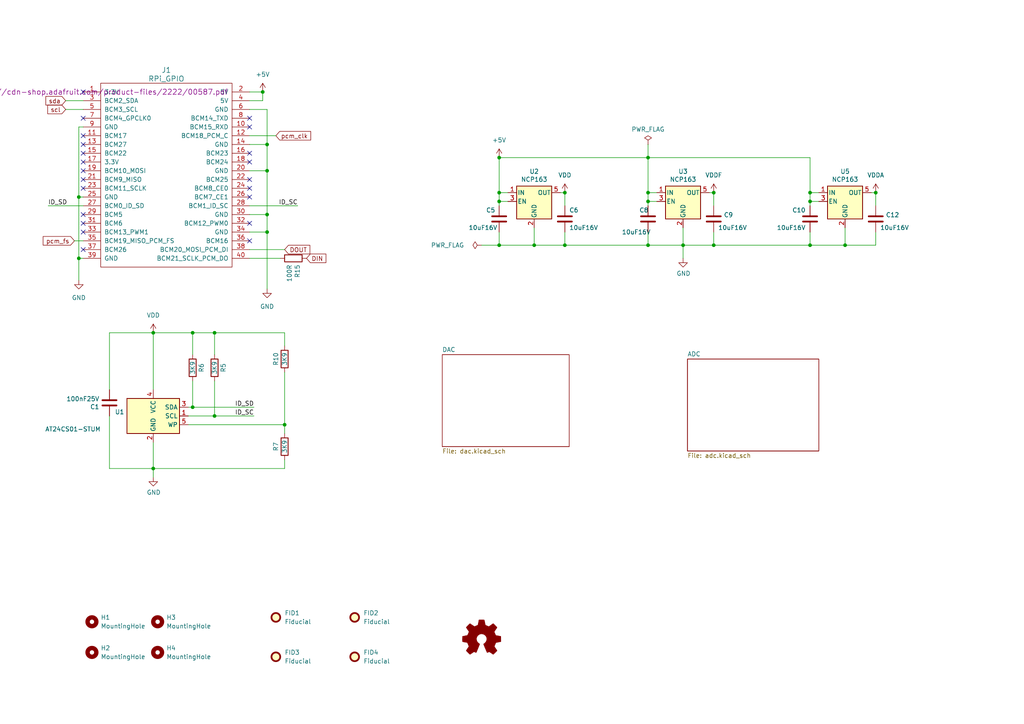
<source format=kicad_sch>
(kicad_sch (version 20230121) (generator eeschema)
  (paper "A4")
  (title_block (title "Open Pedalboard Soundcard") (date "2023-12-19") (rev "0.0.1") (company "github.com/pedalboard") (comment 1 "Source Code: https://github.com/pedalboard/pedalboard-hw") (comment 2 "License: CERN Open Hardware Licence Version 2 - Permissive"))
  (lib_symbols
    (symbol "Device:C" (pin_numbers hide) (pin_names (offset 0.254))
      (property "Reference" "C" (at 0.635 2.54 0))
      (property "Value" "C" (at 0.635 -2.54 0))
      (symbol "C_0_1"
        (polyline (pts (xy -2.032 -0.762) (xy 2.032 -0.762)) (stroke (width 0.508)))
        (polyline (pts (xy -2.032 0.762) (xy 2.032 0.762)) (stroke (width 0.508)))
      )
      (symbol "C_1_1"
        (pin passive line (at 0 3.81 270) (length 2.794) (name "~") (number "1"))
        (pin passive line (at 0 -3.81 90) (length 2.794) (name "~") (number "2"))
      )
    )
    (symbol "Device:R" (pin_numbers hide) (pin_names (offset 0))
      (property "Reference" "R" (at 2.032 0 90))
      (property "Value" "R" (at 0 0 90))
      (symbol "R_0_1"
        (rectangle (start -1.016 -2.54) (end 1.016 2.54) (stroke (width 0.254)))
      )
      (symbol "R_1_1"
        (pin passive line (at 0 3.81 270) (length 1.27) (name "~") (number "1"))
        (pin passive line (at 0 -3.81 90) (length 1.27) (name "~") (number "2"))
      )
    )
    (symbol "Graphic:Logo_Open_Hardware_Small" (in_bom no) (on_board no)
      (symbol "Logo_Open_Hardware_Small_0_1"
        (polyline (pts (xy 3.3528 -4.3434) (xy 3.302 -4.318) (xy 3.175 -4.2418) (xy 2.9972 -4.1148) (xy 2.7686 -3.9624) (xy 2.54 -3.81) (xy 2.3622 -3.7084) (xy 2.2352 -3.6068) (xy 2.1844 -3.5814) (xy 2.159 -3.6068) (xy 2.0574 -3.6576) (xy 1.905 -3.7338) (xy 1.8034 -3.7846) (xy 1.6764 -3.8354) (xy 1.6002 -3.8354) (xy 1.6002 -3.8354) (xy 1.5494 -3.7338) (xy 1.4732 -3.5306) (xy 1.3462 -3.302) (xy 1.2446 -3.0226) (xy 1.1176 -2.7178) (xy 0.9652 -2.413) (xy 0.8636 -2.1082) (xy 0.7366 -1.8288) (xy 0.6604 -1.6256) (xy 0.6096 -1.4732) (xy 0.5842 -1.397) (xy 0.5842 -1.397) (xy 0.6604 -1.3208) (xy 0.7874 -1.2446) (xy 1.0414 -1.016) (xy 1.2954 -0.6858) (xy 1.4478 -0.3302) (xy 1.524 0.0762) (xy 1.4732 0.4572) (xy 1.3208 0.8128) (xy 1.0668 1.143) (xy 0.762 1.3716) (xy 0.4064 1.524) (xy 0 1.5748) (xy -0.381 1.5494) (xy -0.7366 1.397) (xy -1.0668 1.143) (xy -1.2192 0.9906) (xy -1.397 0.6604) (xy -1.524 0.3048) (xy -1.524 0.2286) (xy -1.4986 -0.1778) (xy -1.397 -0.5334) (xy -1.1938 -0.8636) (xy -0.9144 -1.143) (xy -0.8636 -1.1684) (xy -0.7366 -1.27) (xy -0.635 -1.3462) (xy -0.5842 -1.397) (xy -1.0668 -2.5908) (xy -1.143 -2.794) (xy -1.2954 -3.1242) (xy -1.397 -3.4036) (xy -1.4986 -3.6322) (xy -1.5748 -3.7846) (xy -1.6002 -3.8354) (xy -1.6002 -3.8354) (xy -1.651 -3.8354) (xy -1.7272 -3.81) (xy -1.905 -3.7338) (xy -2.0066 -3.683) (xy -2.1336 -3.6068) (xy -2.2098 -3.5814) (xy -2.2606 -3.6068) (xy -2.3622 -3.683) (xy -2.54 -3.81) (xy -2.7686 -3.9624) (xy -2.9718 -4.0894) (xy -3.1496 -4.2164) (xy -3.302 -4.318) (xy -3.3528 -4.3434) (xy -3.3782 -4.3434) (xy -3.429 -4.318) (xy -3.5306 -4.2164) (xy -3.7084 -4.064) (xy -3.937 -3.8354) (xy -3.9624 -3.81) (xy -4.1656 -3.6068) (xy -4.318 -3.4544) (xy -4.4196 -3.3274) (xy -4.445 -3.2766) (xy -4.445 -3.2766) (xy -4.4196 -3.2258) (xy -4.318 -3.0734) (xy -4.2164 -2.8956) (xy -4.064 -2.667) (xy -3.6576 -2.0828) (xy -3.8862 -1.5494) (xy -3.937 -1.3716) (xy -4.0386 -1.1684) (xy -4.0894 -1.0414) (xy -4.1148 -0.9652) (xy -4.191 -0.9398) (xy -4.318 -0.9144) (xy -4.5466 -0.8636) (xy -4.8006 -0.8128) (xy -5.0546 -0.7874) (xy -5.2578 -0.7366) (xy -5.4356 -0.7112) (xy -5.5118 -0.6858) (xy -5.5118 -0.6858) (xy -5.5372 -0.635) (xy -5.5372 -0.5588) (xy -5.5372 -0.4318) (xy -5.5626 -0.2286) (xy -5.5626 0.0762) (xy -5.5626 0.127) (xy -5.5372 0.4064) (xy -5.5372 0.635) (xy -5.5372 0.762) (xy -5.5372 0.8382) (xy -5.5372 0.8382) (xy -5.461 0.8382) (xy -5.3086 0.889) (xy -5.08 0.9144) (xy -4.826 0.9652) (xy -4.8006 0.9906) (xy -4.5466 1.0414) (xy -4.318 1.0668) (xy -4.1656 1.1176) (xy -4.0894 1.143) (xy -4.0894 1.143) (xy -4.0386 1.2446) (xy -3.9624 1.4224) (xy -3.8608 1.6256) (xy -3.7846 1.8288) (xy -3.7084 2.0066) (xy -3.6576 2.159) (xy -3.6322 2.2098) (xy -3.6322 2.2098) (xy -3.683 2.286) (xy -3.7592 2.413) (xy -3.8862 2.5908) (xy -4.064 2.8194) (xy -4.064 2.8448) (xy -4.2164 3.0734) (xy -4.3434 3.2512) (xy -4.4196 3.3782) (xy -4.445 3.4544) (xy -4.445 3.4544) (xy -4.3942 3.5052) (xy -4.2926 3.6322) (xy -4.1148 3.81) (xy -3.937 4.0132) (xy -3.8608 4.064) (xy -3.6576 4.2926) (xy -3.5052 4.4196) (xy -3.4036 4.4958) (xy -3.3528 4.5212) (xy -3.3528 4.5212) (xy -3.302 4.4704) (xy -3.1496 4.3688) (xy -2.9718 4.2418) (xy -2.7432 4.0894) (xy -2.7178 4.0894) (xy -2.4892 3.937) (xy -2.3114 3.81) (xy -2.1844 3.7084) (xy -2.1336 3.683) (xy -2.1082 3.683) (xy -2.032 3.7084) (xy -1.8542 3.7592) (xy -1.6764 3.8354) (xy -1.4732 3.937) (xy -1.27 4.0132) (xy -1.143 4.064) (xy -1.0668 4.1148) (xy -1.0668 4.1148) (xy -1.0414 4.191) (xy -1.016 4.3434) (xy -0.9652 4.572) (xy -0.9144 4.8514) (xy -0.889 4.9022) (xy -0.8382 5.1562) (xy -0.8128 5.3848) (xy -0.7874 5.5372) (xy -0.762 5.588) (xy -0.7112 5.6134) (xy -0.5842 5.6134) (xy -0.4064 5.6134) (xy -0.1524 5.6134) (xy 0.0762 5.6134) (xy 0.3302 5.6134) (xy 0.5334 5.6134) (xy 0.6858 5.588) (xy 0.7366 5.588) (xy 0.7366 5.588) (xy 0.762 5.5118) (xy 0.8128 5.334) (xy 0.8382 5.1054) (xy 0.9144 4.826) (xy 0.9144 4.7752) (xy 0.9652 4.5212) (xy 1.016 4.2926) (xy 1.0414 4.1402) (xy 1.0668 4.0894) (xy 1.0668 4.0894) (xy 1.1938 4.0386) (xy 1.3716 3.9624) (xy 1.5748 3.8608) (xy 2.0828 3.6576) (xy 2.7178 4.0894) (xy 2.7686 4.1402) (xy 2.9972 4.2926) (xy 3.175 4.4196) (xy 3.302 4.4958) (xy 3.3782 4.5212) (xy 3.3782 4.5212) (xy 3.429 4.4704) (xy 3.556 4.3434) (xy 3.7338 4.191) (xy 3.9116 3.9878) (xy 4.064 3.8354) (xy 4.2418 3.6576) (xy 4.3434 3.556) (xy 4.4196 3.4798) (xy 4.4196 3.429) (xy 4.4196 3.4036) (xy 4.3942 3.3274) (xy 4.2926 3.2004) (xy 4.1656 2.9972) (xy 4.0132 2.794) (xy 3.8862 2.5908) (xy 3.7592 2.3876) (xy 3.6576 2.2352) (xy 3.6322 2.159) (xy 3.6322 2.1336) (xy 3.683 2.0066) (xy 3.7592 1.8288) (xy 3.8608 1.6002) (xy 4.064 1.1176) (xy 4.3942 1.0414) (xy 4.5974 1.016) (xy 4.8768 0.9652) (xy 5.1308 0.9144) (xy 5.5372 0.8382) (xy 5.5626 -0.6604) (xy 5.4864 -0.6858) (xy 5.4356 -0.6858) (xy 5.2832 -0.7366) (xy 5.0546 -0.762) (xy 4.8006 -0.8128) (xy 4.5974 -0.8636) (xy 4.3688 -0.9144) (xy 4.2164 -0.9398) (xy 4.1402 -0.9398) (xy 4.1148 -0.9652) (xy 4.064 -1.0668) (xy 3.9878 -1.2446) (xy 3.9116 -1.4478) (xy 3.81 -1.651) (xy 3.7338 -1.8542) (xy 3.683 -2.0066) (xy 3.6576 -2.0828) (xy 3.683 -2.1336) (xy 3.7846 -2.2606) (xy 3.8862 -2.4638) (xy 4.0386 -2.667) (xy 4.191 -2.8956) (xy 4.318 -3.0734) (xy 4.3942 -3.2004) (xy 4.445 -3.2766) (xy 4.4196 -3.3274) (xy 4.3434 -3.429) (xy 4.1656 -3.5814) (xy 3.937 -3.8354) (xy 3.8862 -3.8608) (xy 3.683 -4.064) (xy 3.5306 -4.2164) (xy 3.4036 -4.318) (xy 3.3528 -4.3434)) (fill (type outline)))
      )
    )
    (symbol "Mechanical:Fiducial"
      (property "Reference" "FID" (at 0 5.08 0))
      (property "Value" "Fiducial" (at 0 3.175 0))
      (symbol "Fiducial_0_1"
        (circle (center 0 0) (radius 1.27) (stroke (width 0.508)) (fill (type background)))
      )
    )
    (symbol "Mechanical:MountingHole" (pin_names (offset 1.016))
      (property "Reference" "H" (at 0 5.08 0))
      (property "Value" "MountingHole" (at 0 3.175 0))
      (symbol "MountingHole_0_1"
        (circle (center 0 0) (radius 1.27) (stroke (width 1.27)))
      )
    )
    (symbol "Memory_EEPROM:AT24CS01-STUM"
      (property "Reference" "U" (at -7.62 6.35 0))
      (property "Value" "AT24CS01-STUM" (at 2.54 -6.35 0))
      (symbol "AT24CS01-STUM_1_1"
        (rectangle (start -7.62 5.08) (end 7.62 -5.08) (stroke (width 0.254)) (fill (type background)))
        (pin input line (at 10.16 0 180) (length 2.54) (name "SCL") (number "1"))
        (pin power_in line (at 0 -7.62 90) (length 2.54) (name "GND") (number "2"))
        (pin bidirectional line (at 10.16 2.54 180) (length 2.54) (name "SDA") (number "3"))
        (pin power_in line (at 0 7.62 270) (length 2.54) (name "VCC") (number "4"))
        (pin input line (at 10.16 -2.54 180) (length 2.54) (name "WP") (number "5"))
      )
    )
    (symbol "TLV71333PDBV-Regulator_Linear_1" (pin_names (offset 0.254))
      (property "Reference" "U2" (at 0 8.6868 0))
      (property "Value" "NCP163" (at 0 6.3754 0))
      (symbol "TLV71333PDBV-Regulator_Linear_1_0_1"
        (rectangle (start -5.08 4.445) (end 5.08 -5.08) (stroke (width 0.254)) (fill (type background)))
      )
      (symbol "TLV71333PDBV-Regulator_Linear_1_1_1"
        (pin power_in line (at -7.62 2.54 0) (length 2.54) (name "IN") (number "1"))
        (pin power_in line (at 0 -7.62 90) (length 2.54) (name "GND") (number "2"))
        (pin input line (at -7.62 0 0) (length 2.54) (name "EN") (number "3"))
        (pin no_connect line (at 5.08 0 180) (length 2.54) hide (name "NC") (number "4"))
        (pin power_out line (at 7.62 2.54 180) (length 2.54) (name "OUT") (number "5"))
      )
    )
    (symbol "pedalboard-soundcard:RPi_GPIO" (pin_names (offset 1.016))
      (property "Reference" "J1" (at 19.05 6.35 0))
      (property "Value" "RPi_GPIO" (at 19.05 3.81 0))
      (symbol "RPi_GPIO_0_1"
        (rectangle (start 0 2.54) (end 38.1 -50.8))
      )
      (symbol "RPi_GPIO_1_1"
        (pin power_in line (at -5.08 0 0) (length 5.08) (name "3.3V") (number "1"))
        (pin bidirectional line (at 43.18 -10.16 180) (length 5.08) (name "BCM15_RXD") (number "10"))
        (pin bidirectional line (at -5.08 -12.7 0) (length 5.08) (name "BCM17") (number "11"))
        (pin bidirectional line (at 43.18 -12.7 180) (length 5.08) (name "BCM18_PCM_C") (number "12"))
        (pin bidirectional line (at -5.08 -15.24 0) (length 5.08) (name "BCM27") (number "13"))
        (pin power_in line (at 43.18 -15.24 180) (length 5.08) (name "GND") (number "14"))
        (pin bidirectional line (at -5.08 -17.78 0) (length 5.08) (name "BCM22") (number "15"))
        (pin bidirectional line (at 43.18 -17.78 180) (length 5.08) (name "BCM23") (number "16"))
        (pin power_in line (at -5.08 -20.32 0) (length 5.08) (name "3.3V") (number "17"))
        (pin bidirectional line (at 43.18 -20.32 180) (length 5.08) (name "BCM24") (number "18"))
        (pin bidirectional line (at -5.08 -22.86 0) (length 5.08) (name "BCM10_MOSI") (number "19"))
        (pin power_in line (at 43.18 0 180) (length 5.08) (name "5V") (number "2"))
        (pin power_in line (at 43.18 -22.86 180) (length 5.08) (name "GND") (number "20"))
        (pin bidirectional line (at -5.08 -25.4 0) (length 5.08) (name "BCM9_MISO") (number "21"))
        (pin bidirectional line (at 43.18 -25.4 180) (length 5.08) (name "BCM25") (number "22"))
        (pin bidirectional line (at -5.08 -27.94 0) (length 5.08) (name "BCM11_SCLK") (number "23"))
        (pin bidirectional line (at 43.18 -27.94 180) (length 5.08) (name "BCM8_CE0") (number "24"))
        (pin power_in line (at -5.08 -30.48 0) (length 5.08) (name "GND") (number "25"))
        (pin bidirectional line (at 43.18 -30.48 180) (length 5.08) (name "BCM7_CE1") (number "26"))
        (pin bidirectional line (at -5.08 -33.02 0) (length 5.08) (name "BCM0_ID_SD") (number "27"))
        (pin bidirectional line (at 43.18 -33.02 180) (length 5.08) (name "BCM1_ID_SC") (number "28"))
        (pin bidirectional line (at -5.08 -35.56 0) (length 5.08) (name "BCM5") (number "29"))
        (pin bidirectional line (at -5.08 -2.54 0) (length 5.08) (name "BCM2_SDA") (number "3"))
        (pin power_in line (at 43.18 -35.56 180) (length 5.08) (name "GND") (number "30"))
        (pin bidirectional line (at -5.08 -38.1 0) (length 5.08) (name "BCM6") (number "31"))
        (pin bidirectional line (at 43.18 -38.1 180) (length 5.08) (name "BCM12_PWM0") (number "32"))
        (pin bidirectional line (at -5.08 -40.64 0) (length 5.08) (name "BCM13_PWM1") (number "33"))
        (pin power_in line (at 43.18 -40.64 180) (length 5.08) (name "GND") (number "34"))
        (pin bidirectional line (at -5.08 -43.18 0) (length 5.08) (name "BCM19_MISO_PCM_FS") (number "35"))
        (pin bidirectional line (at 43.18 -43.18 180) (length 5.08) (name "BCM16") (number "36"))
        (pin bidirectional line (at -5.08 -45.72 0) (length 5.08) (name "BCM26") (number "37"))
        (pin bidirectional line (at 43.18 -45.72 180) (length 5.08) (name "BCM20_MOSI_PCM_DI") (number "38"))
        (pin power_in line (at -5.08 -48.26 0) (length 5.08) (name "GND") (number "39"))
        (pin power_in line (at 43.18 -2.54 180) (length 5.08) (name "5V") (number "4"))
        (pin bidirectional line (at 43.18 -48.26 180) (length 5.08) (name "BCM21_SCLK_PCM_DO") (number "40"))
        (pin bidirectional line (at -5.08 -5.08 0) (length 5.08) (name "BCM3_SCL") (number "5"))
        (pin power_in line (at 43.18 -5.08 180) (length 5.08) (name "GND") (number "6"))
        (pin bidirectional line (at -5.08 -7.62 0) (length 5.08) (name "BCM4_GPCLK0") (number "7"))
        (pin bidirectional line (at 43.18 -7.62 180) (length 5.08) (name "BCM14_TXD") (number "8"))
        (pin power_in line (at -5.08 -10.16 0) (length 5.08) (name "GND") (number "9"))
      )
    )
    (symbol "power:+5V" (power) (pin_names (offset 0))
      (property "Value" "+5V" (at 0 3.556 0))
      (symbol "+5V_0_1"
        (polyline (pts (xy -0.762 1.27) (xy 0 2.54)))
        (polyline (pts (xy 0 0) (xy 0 2.54)))
        (polyline (pts (xy 0 2.54) (xy 0.762 1.27)))
      )
      (symbol "+5V_1_1"
        (pin power_in line (at 0 0 90) (length 0) hide (name "+5V") (number "1"))
      )
    )
    (symbol "power:GND" (power) (pin_names (offset 0))
      (property "Value" "GND" (at 0 -3.81 0))
      (symbol "GND_0_1"
        (polyline (pts (xy 0 0) (xy 0 -1.27) (xy 1.27 -1.27) (xy 0 -2.54) (xy -1.27 -1.27) (xy 0 -1.27)))
      )
      (symbol "GND_1_1"
        (pin power_in line (at 0 0 270) (length 0) hide (name "GND") (number "1"))
      )
    )
    (symbol "power:PWR_FLAG" (power) (pin_numbers hide) (pin_names (offset 0) hide)
      (property "Value" "PWR_FLAG" (at 0 3.81 0))
      (symbol "PWR_FLAG_0_0"
        (pin power_out line (at 0 0 90) (length 0) (name "pwr") (number "1"))
      )
      (symbol "PWR_FLAG_0_1"
        (polyline (pts (xy 0 0) (xy 0 1.27) (xy -1.016 1.905) (xy 0 2.54) (xy 1.016 1.905) (xy 0 1.27)))
      )
    )
    (symbol "power:VDD" (power) (pin_names (offset 0))
      (property "Value" "VDD" (at 0 3.81 0))
      (symbol "VDD_0_1"
        (polyline (pts (xy -0.762 1.27) (xy 0 2.54)))
        (polyline (pts (xy 0 0) (xy 0 2.54)))
        (polyline (pts (xy 0 2.54) (xy 0.762 1.27)))
      )
      (symbol "VDD_1_1"
        (pin power_in line (at 0 0 90) (length 0) hide (name "VDD") (number "1"))
      )
    )
    (symbol "power:VDDA" (power) (pin_names (offset 0))
      (property "Value" "VDDA" (at 0 3.81 0))
      (symbol "VDDA_0_1"
        (polyline (pts (xy -0.762 1.27) (xy 0 2.54)))
        (polyline (pts (xy 0 0) (xy 0 2.54)))
        (polyline (pts (xy 0 2.54) (xy 0.762 1.27)))
      )
      (symbol "VDDA_1_1"
        (pin power_in line (at 0 0 90) (length 0) hide (name "VDDA") (number "1"))
      )
    )
    (symbol "power:VDDF" (power) (pin_names (offset 0))
      (property "Value" "VDDF" (at 0 3.81 0))
      (symbol "VDDF_0_1"
        (polyline (pts (xy -0.762 1.27) (xy 0 2.54)))
        (polyline (pts (xy 0 0) (xy 0 2.54)))
        (polyline (pts (xy 0 2.54) (xy 0.762 1.27)))
      )
      (symbol "VDDF_1_1"
        (pin power_in line (at 0 0 90) (length 0) hide (name "VDDF") (number "1"))
      )
    )
    (symbol "zynthiandac-rescue:TLV71333PDBV-Regulator_Linear" (pin_names (offset 0.254))
      (property "Reference" "U" (at -3.81 5.715 0))
      (property "Value" "TLV71333PDBV-Regulator_Linear" (at 0 5.715 0))
      (symbol "TLV71333PDBV-Regulator_Linear_0_1"
        (rectangle (start -5.08 4.445) (end 5.08 -5.08) (stroke (width 0.254)) (fill (type background)))
      )
      (symbol "TLV71333PDBV-Regulator_Linear_1_1"
        (pin power_in line (at -7.62 2.54 0) (length 2.54) (name "IN") (number "1"))
        (pin power_in line (at 0 -7.62 90) (length 2.54) (name "GND") (number "2"))
        (pin input line (at -7.62 0 0) (length 2.54) (name "EN") (number "3"))
        (pin no_connect line (at 5.08 0 180) (length 2.54) hide (name "NC") (number "4"))
        (pin power_out line (at 7.62 2.54 180) (length 2.54) (name "OUT") (number "5"))
      )
    )
  )
  (junction (at 187.96 45.72))
  (junction (at 22.86 74.93))
  (junction (at 62.23 96.52))
  (junction (at 163.83 55.88))
  (junction (at 82.55 123.19))
  (junction (at 144.78 58.42))
  (junction (at 187.96 58.42))
  (junction (at 234.95 55.88))
  (junction (at 62.23 120.65))
  (junction (at 44.45 135.89))
  (junction (at 55.88 96.52))
  (junction (at 22.86 57.15))
  (junction (at 77.47 67.31))
  (junction (at 55.88 118.11))
  (junction (at 187.96 71.12))
  (junction (at 44.45 96.52))
  (junction (at 144.78 45.72))
  (junction (at 234.95 71.12))
  (junction (at 163.83 71.12))
  (junction (at 245.11 71.12))
  (junction (at 234.95 58.42))
  (junction (at 144.78 71.12))
  (junction (at 144.78 55.88))
  (junction (at 76.2 26.67))
  (junction (at 77.47 62.23))
  (junction (at 187.96 55.88))
  (junction (at 207.01 55.88))
  (junction (at 198.12 71.12))
  (junction (at 154.94 71.12))
  (junction (at 77.47 49.53))
  (junction (at 254 55.88))
  (junction (at 77.47 41.91))
  (junction (at 207.01 71.12))
  (no_connect (at 72.39 34.29))
  (no_connect (at 72.39 36.83))
  (no_connect (at 24.13 46.99))
  (no_connect (at 24.13 54.61))
  (no_connect (at 24.13 64.77))
  (no_connect (at 72.39 64.77))
  (no_connect (at 24.13 34.29))
  (no_connect (at 24.13 39.37))
  (no_connect (at 72.39 69.85))
  (no_connect (at 24.13 72.39))
  (no_connect (at 24.13 26.67))
  (no_connect (at 72.39 54.61))
  (no_connect (at 72.39 46.99))
  (no_connect (at 72.39 57.15))
  (no_connect (at 24.13 52.07))
  (no_connect (at 24.13 41.91))
  (no_connect (at 72.39 44.45))
  (no_connect (at 24.13 67.31))
  (no_connect (at 72.39 52.07))
  (no_connect (at 24.13 62.23))
  (no_connect (at 24.13 44.45))
  (no_connect (at 24.13 49.53))
  (wire (pts (xy 82.55 125.73) (xy 82.55 123.19)))
  (wire (pts (xy 82.55 100.33) (xy 82.55 96.52)))
  (wire (pts (xy 21.59 69.85) (xy 24.13 69.85)))
  (wire (pts (xy 234.95 55.88) (xy 237.49 55.88)))
  (wire (pts (xy 44.45 128.27) (xy 44.45 135.89)))
  (wire (pts (xy 72.39 72.39) (xy 82.55 72.39)))
  (wire (pts (xy 163.83 71.12) (xy 187.96 71.12)))
  (wire (pts (xy 54.61 123.19) (xy 82.55 123.19)))
  (wire (pts (xy 77.47 67.31) (xy 77.47 83.82)))
  (wire (pts (xy 72.39 39.37) (xy 80.01 39.37)))
  (wire (pts (xy 22.86 57.15) (xy 24.13 57.15)))
  (wire (pts (xy 44.45 138.43) (xy 44.45 135.89)))
  (wire (pts (xy 254 71.12) (xy 254 67.31)))
  (wire (pts (xy 72.39 59.69) (xy 86.36 59.69)))
  (wire (pts (xy 198.12 71.12) (xy 207.01 71.12)))
  (wire (pts (xy 163.83 71.12) (xy 163.83 67.31)))
  (wire (pts (xy 72.39 49.53) (xy 77.47 49.53)))
  (wire (pts (xy 77.47 41.91) (xy 77.47 49.53)))
  (wire (pts (xy 77.47 67.31) (xy 77.47 62.23)))
  (wire (pts (xy 55.88 118.11) (xy 54.61 118.11)))
  (wire (pts (xy 198.12 74.93) (xy 198.12 71.12)))
  (wire (pts (xy 82.55 135.89) (xy 82.55 133.35)))
  (wire (pts (xy 72.39 67.31) (xy 77.47 67.31)))
  (wire (pts (xy 72.39 29.21) (xy 76.2 29.21)))
  (wire (pts (xy 187.96 55.88) (xy 187.96 58.42)))
  (wire (pts (xy 207.01 71.12) (xy 234.95 71.12)))
  (wire (pts (xy 13.97 59.69) (xy 24.13 59.69)))
  (wire (pts (xy 205.74 55.88) (xy 207.01 55.88)))
  (wire (pts (xy 252.73 55.88) (xy 254 55.88)))
  (wire (pts (xy 72.39 62.23) (xy 77.47 62.23)))
  (wire (pts (xy 187.96 55.88) (xy 190.5 55.88)))
  (wire (pts (xy 207.01 67.31) (xy 207.01 71.12)))
  (wire (pts (xy 31.75 96.52) (xy 44.45 96.52)))
  (wire (pts (xy 234.95 59.69) (xy 234.95 58.42)))
  (wire (pts (xy 54.61 120.65) (xy 62.23 120.65)))
  (wire (pts (xy 77.47 31.75) (xy 77.47 41.91)))
  (wire (pts (xy 31.75 120.65) (xy 31.75 135.89)))
  (wire (pts (xy 77.47 49.53) (xy 77.47 62.23)))
  (wire (pts (xy 187.96 45.72) (xy 187.96 55.88)))
  (wire (pts (xy 44.45 96.52) (xy 55.88 96.52)))
  (wire (pts (xy 234.95 58.42) (xy 237.49 58.42)))
  (wire (pts (xy 144.78 55.88) (xy 144.78 58.42)))
  (wire (pts (xy 234.95 55.88) (xy 234.95 58.42)))
  (wire (pts (xy 187.96 59.69) (xy 187.96 58.42)))
  (wire (pts (xy 187.96 67.31) (xy 187.96 71.12)))
  (wire (pts (xy 254 55.88) (xy 254 59.69)))
  (wire (pts (xy 62.23 110.49) (xy 62.23 120.65)))
  (wire (pts (xy 22.86 74.93) (xy 22.86 81.28)))
  (wire (pts (xy 234.95 45.72) (xy 234.95 55.88)))
  (wire (pts (xy 31.75 135.89) (xy 44.45 135.89)))
  (wire (pts (xy 19.05 31.75) (xy 24.13 31.75)))
  (wire (pts (xy 245.11 71.12) (xy 254 71.12)))
  (wire (pts (xy 76.2 26.67) (xy 76.2 29.21)))
  (wire (pts (xy 144.78 55.88) (xy 147.32 55.88)))
  (wire (pts (xy 62.23 96.52) (xy 62.23 102.87)))
  (wire (pts (xy 154.94 71.12) (xy 163.83 71.12)))
  (wire (pts (xy 22.86 36.83) (xy 22.86 57.15)))
  (wire (pts (xy 144.78 71.12) (xy 154.94 71.12)))
  (wire (pts (xy 144.78 58.42) (xy 144.78 59.69)))
  (wire (pts (xy 154.94 71.12) (xy 154.94 66.04)))
  (wire (pts (xy 62.23 96.52) (xy 82.55 96.52)))
  (wire (pts (xy 73.66 118.11) (xy 55.88 118.11)))
  (wire (pts (xy 207.01 55.88) (xy 207.01 59.69)))
  (wire (pts (xy 55.88 96.52) (xy 62.23 96.52)))
  (wire (pts (xy 187.96 41.91) (xy 187.96 45.72)))
  (wire (pts (xy 139.7 71.12) (xy 144.78 71.12)))
  (wire (pts (xy 55.88 110.49) (xy 55.88 118.11)))
  (wire (pts (xy 73.66 120.65) (xy 62.23 120.65)))
  (wire (pts (xy 24.13 36.83) (xy 22.86 36.83)))
  (wire (pts (xy 163.83 55.88) (xy 163.83 59.69)))
  (wire (pts (xy 55.88 96.52) (xy 55.88 102.87)))
  (wire (pts (xy 144.78 71.12) (xy 144.78 67.31)))
  (wire (pts (xy 144.78 58.42) (xy 147.32 58.42)))
  (wire (pts (xy 72.39 26.67) (xy 76.2 26.67)))
  (wire (pts (xy 19.05 29.21) (xy 24.13 29.21)))
  (wire (pts (xy 187.96 58.42) (xy 190.5 58.42)))
  (wire (pts (xy 187.96 71.12) (xy 198.12 71.12)))
  (wire (pts (xy 31.75 96.52) (xy 31.75 113.03)))
  (wire (pts (xy 82.55 123.19) (xy 82.55 107.95)))
  (wire (pts (xy 144.78 45.72) (xy 187.96 45.72)))
  (wire (pts (xy 198.12 66.04) (xy 198.12 71.12)))
  (wire (pts (xy 234.95 67.31) (xy 234.95 71.12)))
  (wire (pts (xy 234.95 71.12) (xy 245.11 71.12)))
  (wire (pts (xy 162.56 55.88) (xy 163.83 55.88)))
  (wire (pts (xy 24.13 74.93) (xy 22.86 74.93)))
  (wire (pts (xy 44.45 135.89) (xy 82.55 135.89)))
  (wire (pts (xy 44.45 96.52) (xy 44.45 113.03)))
  (wire (pts (xy 22.86 57.15) (xy 22.86 74.93)))
  (wire (pts (xy 72.39 31.75) (xy 77.47 31.75)))
  (wire (pts (xy 144.78 45.72) (xy 144.78 55.88)))
  (wire (pts (xy 72.39 74.93) (xy 81.28 74.93)))
  (wire (pts (xy 245.11 66.04) (xy 245.11 71.12)))
  (wire (pts (xy 72.39 41.91) (xy 77.47 41.91)))
  (wire (pts (xy 187.96 45.72) (xy 234.95 45.72)))
  (label "ID_SC" (at 86.36 59.69 180))
  (label "ID_SC" (at 73.66 120.65 180))
  (label "ID_SD" (at 13.97 59.69 0))
  (label "ID_SD" (at 73.66 118.11 180))
  (global_label "sda" (shape input) (at 19.05 29.21 180) (property "Intersheetrefs" "${INTERSHEET_REFS}" (effects hide)))
  (global_label "pcm_fs" (shape input) (at 21.59 69.85 180) (property "Intersheetrefs" "${INTERSHEET_REFS}" (effects hide)))
  (global_label "scl" (shape input) (at 19.05 31.75 180) (property "Intersheetrefs" "${INTERSHEET_REFS}" (effects hide)))
  (global_label "pcm_clk" (shape input) (at 80.01 39.37 0) (property "Intersheetrefs" "${INTERSHEET_REFS}" (effects hide)))
  (global_label "DIN" (shape input) (at 88.9 74.93 0) (property "Intersheetrefs" "${INTERSHEET_REFS}" (effects hide)))
  (global_label "DOUT" (shape input) (at 82.55 72.39 0) (property "Intersheetrefs" "${INTERSHEET_REFS}" (effects hide)))
  (symbol (lib_id "Device:C") (at 144.78 63.5 0) (unit 1)
    (property "Reference" "C5" (at 140.97 60.96 0) (effects (justify left)))
    (property "Value" "10uF16V" (at 135.89 66.04 0) (effects (justify left)))
    (property "Footprint" "Capacitor_SMD:C_0805_2012Metric" (effects hide))
    (property "Datasheet" "https://www.samsungsem.com/resources/file/global/support/product_catalog/MLCC.pdf" (effects hide))
    (property "Supplier" "https://www.digikey.ch/de/products/detail/samsung-electro-mechanics/CL21X106KAYNNNE/5961182" (effects hide))
  )
  (symbol (lib_id "Mechanical:MountingHole") (at 26.67 180.34 0) (unit 1) (in_bom no)
    (property "Reference" "H1" (at 29.21 179.07 0) (effects (justify left)))
    (property "Value" "MountingHole" (at 29.21 181.61 0) (effects (justify left)))
    (property "Footprint" "pedalboard-soundcard:RPi_Hat_Mounting_Hole" (effects hide))
  )
  (symbol (lib_id "Device:C") (at 254 63.5 0) (unit 1)
    (property "Reference" "C12" (at 256.921 62.3316 0) (effects (justify left)))
    (property "Value" "10uF16V" (at 255.27 66.04 0) (effects (justify left)))
    (property "Footprint" "Capacitor_SMD:C_0805_2012Metric" (effects hide))
    (property "Datasheet" "https://www.samsungsem.com/resources/file/global/support/product_catalog/MLCC.pdf" (effects hide))
    (property "Supplier" "https://www.digikey.ch/de/products/detail/samsung-electro-mechanics/CL21X106KAYNNNE/5961182" (effects hide))
  )
  (symbol (lib_id "Device:C") (at 163.83 63.5 0) (unit 1)
    (property "Reference" "C6" (at 165.1 60.96 0) (effects (justify left)))
    (property "Value" "10uF16V" (at 165.1 66.04 0) (effects (justify left)))
    (property "Footprint" "Capacitor_SMD:C_0805_2012Metric" (effects hide))
    (property "Datasheet" "https://www.samsungsem.com/resources/file/global/support/product_catalog/MLCC.pdf" (effects hide))
    (property "Supplier" "https://www.digikey.ch/de/products/detail/samsung-electro-mechanics/CL21X106KAYNNNE/5961182" (effects hide))
  )
  (symbol (lib_id "Device:R") (at 82.55 129.54 0) (unit 1)
    (property "Reference" "R7" (at 80.01 129.54 90))
    (property "Value" "3K9" (at 82.55 129.54 90))
    (property "Footprint" "Resistor_SMD:R_0805_2012Metric" (effects hide))
    (property "Datasheet" "https://www.seielect.com/catalog/sei-rmcf_rmcp.pdf" (effects hide))
    (property "Supplier" "https://www.digikey.ch/de/products/detail/stackpole-electronics-inc/RMCF0805FT3K90/1760599" (effects hide))
  )
  (symbol (lib_id "Mechanical:MountingHole") (at 45.72 189.23 0) (unit 1) (in_bom no)
    (property "Reference" "H4" (at 48.26 187.96 0) (effects (justify left)))
    (property "Value" "MountingHole" (at 48.26 190.5 0) (effects (justify left)))
    (property "Footprint" "pedalboard-soundcard:RPi_Hat_Mounting_Hole" (effects hide))
  )
  (symbol (lib_id "zynthiandac-rescue:TLV71333PDBV-Regulator_Linear") (at 245.11 58.42 0) (unit 1)
    (property "Reference" "U5" (at 245.11 49.7332 0))
    (property "Value" "NCP163" (at 245.11 52.0446 0))
    (property "Footprint" "Package_TO_SOT_SMD:SOT-23-5" (effects hide))
    (property "Datasheet" "https://www.onsemi.com/pub/Collateral/NCP163-D.PDF" (effects hide))
    (property "Supplier" "https://www.digikey.ch/de/products/detail/onsemi/NCP163ASN330T1G/9694661" (effects hide))
  )
  (symbol (lib_id "zynthiandac-rescue:TLV71333PDBV-Regulator_Linear") (at 198.12 58.42 0) (unit 1)
    (property "Reference" "U3" (at 198.12 49.7332 0))
    (property "Value" "NCP163" (at 198.12 52.0446 0))
    (property "Footprint" "Package_TO_SOT_SMD:SOT-23-5" (effects hide))
    (property "Datasheet" "https://www.onsemi.com/pub/Collateral/NCP163-D.PDF" (effects hide))
    (property "Supplier" "https://www.digikey.ch/de/products/detail/onsemi/NCP163ASN330T1G/9694661" (effects hide))
  )
  (symbol (lib_id "Device:R") (at 62.23 106.68 180) (unit 1)
    (property "Reference" "R5" (at 64.77 106.68 90))
    (property "Value" "3K9" (at 62.23 106.68 90))
    (property "Footprint" "Resistor_SMD:R_0805_2012Metric" (effects hide))
    (property "Datasheet" "https://www.seielect.com/catalog/sei-rmcf_rmcp.pdf" (effects hide))
    (property "Supplier" "https://www.digikey.ch/de/products/detail/stackpole-electronics-inc/RMCF0805FT3K90/1760599" (effects hide))
  )
  (symbol (lib_id "power:GND") (at 22.86 81.28 0) (unit 1)
    (property "Reference" "#PWR04" (effects hide))
    (property "Value" "GND" (at 22.86 86.36 0))
  )
  (symbol (lib_id "Mechanical:MountingHole") (at 45.72 180.34 0) (unit 1) (in_bom no)
    (property "Reference" "H3" (at 48.26 179.07 0) (effects (justify left)))
    (property "Value" "MountingHole" (at 48.26 181.61 0) (effects (justify left)))
    (property "Footprint" "pedalboard-soundcard:RPi_Hat_Mounting_Hole" (effects hide))
  )
  (symbol (lib_id "Device:C") (at 207.01 63.5 0) (unit 1)
    (property "Reference" "C9" (at 209.931 62.3316 0) (effects (justify left)))
    (property "Value" "10uF16V" (at 208.28 66.04 0) (effects (justify left)))
    (property "Footprint" "Capacitor_SMD:C_0805_2012Metric" (effects hide))
    (property "Datasheet" "https://www.samsungsem.com/resources/file/global/support/product_catalog/MLCC.pdf" (effects hide))
    (property "Supplier" "https://www.digikey.ch/de/products/detail/samsung-electro-mechanics/CL21X106KAYNNNE/5961182" (effects hide))
  )
  (symbol (lib_id "Graphic:Logo_Open_Hardware_Small") (at 139.7 185.42 0) (unit 1) (in_bom no)
    (property "Reference" "SYM1" (effects hide))
    (property "Value" "Logo_Open_Hardware_Small" (effects hide))
    (property "Footprint" "Symbol:OSHW-Logo_5.7x6mm_SilkScreen" (effects hide))
    (property "Sim.Enable" "0" (effects hide))
  )
  (symbol (lib_id "power:VDD") (at 163.83 55.88 0) (unit 1)
    (property "Reference" "#PWR020" (effects hide))
    (property "Value" "VDD" (at 163.83 50.8 0))
  )
  (symbol (lib_id "Mechanical:Fiducial") (at 80.01 179.07 0) (unit 1) (in_bom no)
    (property "Reference" "FID1" (at 82.55 177.8 0) (effects (justify left)))
    (property "Value" "Fiducial" (at 82.55 180.34 0) (effects (justify left)))
    (property "Footprint" "Fiducial:Fiducial_0.75mm_Mask1.5mm" (effects hide))
    (property "Sim.Enable" "0" (effects hide))
  )
  (symbol (lib_id "power:GND") (at 77.47 83.82 0) (unit 1)
    (property "Reference" "#PWR01" (effects hide))
    (property "Value" "GND" (at 77.47 88.9 0))
  )
  (symbol (lib_id "Mechanical:MountingHole") (at 26.67 189.23 0) (unit 1) (in_bom no)
    (property "Reference" "H2" (at 29.21 187.96 0) (effects (justify left)))
    (property "Value" "MountingHole" (at 29.21 190.5 0) (effects (justify left)))
    (property "Footprint" "pedalboard-soundcard:RPi_Hat_Mounting_Hole" (effects hide))
  )
  (symbol (lib_id "power:GND") (at 44.45 138.43 0) (unit 1)
    (property "Reference" "#PWR03" (effects hide))
    (property "Value" "GND" (at 44.577 142.8242 0))
  )
  (symbol (lib_id "power:VDDF") (at 207.01 55.88 0) (unit 1)
    (property "Reference" "#PWR040" (effects hide))
    (property "Value" "VDDF" (at 207.01 50.8 0))
  )
  (symbol (lib_id "Device:R") (at 85.09 74.93 270) (unit 1)
    (property "Reference" "R15" (at 86.2584 76.708 0) (effects (justify left)))
    (property "Value" "100R" (at 83.947 76.708 0) (effects (justify left)))
    (property "Footprint" "Resistor_SMD:R_0805_2012Metric" (effects hide))
    (property "Datasheet" "https://www.seielect.com/catalog/sei-rmcf_rmcp.pdf" (effects hide))
    (property "Supplier" "https://www.digikey.ch/de/products/detail/stackpole-electronics-inc/RMCF0805FT100R/1760711" (effects hide))
  )
  (symbol (lib_id "Device:R") (at 82.55 104.14 0) (unit 1)
    (property "Reference" "R10" (at 80.01 104.14 90))
    (property "Value" "3K9" (at 82.55 104.14 90))
    (property "Footprint" "Resistor_SMD:R_0805_2012Metric" (effects hide))
    (property "Datasheet" "https://www.seielect.com/catalog/sei-rmcf_rmcp.pdf" (effects hide))
    (property "Supplier" "https://www.digikey.ch/de/products/detail/stackpole-electronics-inc/RMCF0805FT3K90/1760599" (effects hide))
  )
  (symbol (lib_id "power:+5V") (at 76.2 26.67 0) (unit 1)
    (property "Reference" "#PWR018" (effects hide))
    (property "Value" "+5V" (at 76.2 21.59 0))
  )
  (symbol (lib_id "power:VDDA") (at 254 55.88 0) (unit 1)
    (property "Reference" "#PWR037" (effects hide))
    (property "Value" "VDDA" (at 254 50.8 0))
  )
  (symbol (lib_id "Mechanical:Fiducial") (at 80.01 190.5 0) (unit 1) (in_bom no)
    (property "Reference" "FID3" (at 82.55 189.23 0) (effects (justify left)))
    (property "Value" "Fiducial" (at 82.55 191.77 0) (effects (justify left)))
    (property "Footprint" "Fiducial:Fiducial_0.75mm_Mask1.5mm" (effects hide))
    (property "Sim.Enable" "0" (effects hide))
  )
  (symbol (lib_id "Mechanical:Fiducial") (at 102.87 190.5 0) (unit 1) (in_bom no)
    (property "Reference" "FID4" (at 105.41 189.23 0) (effects (justify left)))
    (property "Value" "Fiducial" (at 105.41 191.77 0) (effects (justify left)))
    (property "Footprint" "Fiducial:Fiducial_0.75mm_Mask1.5mm" (effects hide))
    (property "Sim.Enable" "0" (effects hide))
  )
  (symbol (lib_id "power:+5V") (at 144.78 45.72 0) (unit 1)
    (property "Reference" "#PWR019" (effects hide))
    (property "Value" "+5V" (at 144.78 40.64 0))
  )
  (symbol (lib_id "power:VDD") (at 44.45 96.52 0) (unit 1)
    (property "Reference" "#PWR021" (effects hide))
    (property "Value" "VDD" (at 44.45 91.44 0))
  )
  (symbol (lib_id "Device:C") (at 234.95 63.5 0) (mirror y) (unit 1)
    (property "Reference" "C10" (at 233.68 60.96 0) (effects (justify left)))
    (property "Value" "10uF16V" (at 233.68 66.04 0) (effects (justify left)))
    (property "Footprint" "Capacitor_SMD:C_0805_2012Metric" (effects hide))
    (property "Datasheet" "https://www.samsungsem.com/resources/file/global/support/product_catalog/MLCC.pdf" (effects hide))
    (property "Supplier" "https://www.digikey.ch/de/products/detail/samsung-electro-mechanics/CL21X106KAYNNNE/5961182" (effects hide))
  )
  (symbol (lib_id "power:PWR_FLAG") (at 139.7 71.12 90) (unit 1)
    (property "Reference" "#FLG01" (effects hide))
    (property "Value" "PWR_FLAG" (at 134.62 71.12 90) (effects (justify left)))
  )
  (symbol (lib_id "power:PWR_FLAG") (at 187.96 41.91 0) (unit 1)
    (property "Reference" "#FLG02" (effects hide))
    (property "Value" "PWR_FLAG" (at 187.96 37.5158 0))
  )
  (symbol (lib_id "Device:C") (at 187.96 63.5 0) (unit 1)
    (property "Reference" "C8" (at 185.42 60.96 0) (effects (justify left)))
    (property "Value" "10uF16V" (at 180.34 67.31 0) (effects (justify left)))
    (property "Footprint" "Capacitor_SMD:C_0805_2012Metric" (effects hide))
    (property "Datasheet" "https://www.samsungsem.com/resources/file/global/support/product_catalog/MLCC.pdf" (effects hide))
    (property "Supplier" "https://www.digikey.ch/de/products/detail/samsung-electro-mechanics/CL21X106KAYNNNE/5961182" (effects hide))
  )
  (symbol (lib_name "TLV71333PDBV-Regulator_Linear_1") (lib_id "zynthiandac-rescue:TLV71333PDBV-Regulator_Linear") (at 154.94 58.42 0) (unit 1)
    (property "Reference" "U2" (at 154.94 49.7332 0))
    (property "Value" "NCP163" (at 154.94 52.0446 0))
    (property "Footprint" "Package_TO_SOT_SMD:SOT-23-5" (effects hide))
    (property "Datasheet" "https://www.onsemi.com/pub/Collateral/NCP163-D.PDF" (effects hide))
    (property "Supplier" "https://www.digikey.ch/de/products/detail/onsemi/NCP163ASN330T1G/9694661" (effects hide))
  )
  (symbol (lib_id "Device:R") (at 55.88 106.68 180) (unit 1)
    (property "Reference" "R6" (at 58.42 106.68 90))
    (property "Value" "3K9" (at 55.88 106.68 90))
    (property "Footprint" "Resistor_SMD:R_0805_2012Metric" (effects hide))
    (property "Datasheet" "https://www.seielect.com/catalog/sei-rmcf_rmcp.pdf" (effects hide))
    (property "Supplier" "https://www.digikey.ch/de/products/detail/stackpole-electronics-inc/RMCF0805FT3K90/1760599" (effects hide))
  )
  (symbol (lib_id "Memory_EEPROM:AT24CS01-STUM") (at 44.45 120.65 0) (unit 1)
    (property "Reference" "U1" (at 36.068 119.4816 0) (effects (justify right)))
    (property "Value" "AT24CS01-STUM" (at 29.21 124.46 0) (effects (justify right)))
    (property "Footprint" "Package_TO_SOT_SMD:SOT-23-5" (effects hide))
    (property "Datasheet" "https://ww1.microchip.com/downloads/en/DeviceDoc/AT24C01C-AT24C02C-I2C-Compatible-Two-Wire-Serial-EEPROM-1Kbit-2Kbit-20006111A.pdf" (effects hide))
    (property "Supplier" "https://www.digikey.ch/de/products/detail/microchip-technology/AT24C01C-STUM-T/3903763" (effects hide))
  )
  (symbol (lib_id "Device:C") (at 31.75 116.84 180) (unit 1)
    (property "Reference" "C1" (at 28.829 118.0084 0) (effects (justify left)))
    (property "Value" "100nF25V" (at 28.829 115.697 0) (effects (justify left)))
    (property "Footprint" "Capacitor_SMD:C_0805_2012Metric" (effects hide))
    (property "Datasheet" "https://www.samsungsem.com/resources/file/global/support/product_catalog/MLCC.pdf" (effects hide))
    (property "Supplier" "https://www.digikey.ch/de/products/detail/samsung-electro-mechanics/CL21B104KBCNNNC/3886661" (effects hide))
  )
  (symbol (lib_id "pedalboard-soundcard:RPi_GPIO") (at 29.21 26.67 0) (unit 1)
    (property "Reference" "J1" (at 48.26 20.32 0) (effects (font (size 1.524 1.524))))
    (property "Value" "RPi_GPIO" (at 48.26 22.86 0) (effects (font (size 1.524 1.524))))
    (property "Footprint" "pedalboard-soundcard:Pin_Header_Straight_2x20" (effects hide))
    (property "Datasheet" "https://cdn-shop.adafruit.com/product-files/2222/00587.pdf" (at 29.21 26.67 0) (effects (font (size 1.524 1.524))))
    (property "Supplier" "https://www.digikey.com/en/products/detail/adafruit-industries-llc/2222/6238005" (effects hide))
  )
  (symbol (lib_id "power:GND") (at 198.12 74.93 0) (unit 1)
    (property "Reference" "#PWR06" (effects hide))
    (property "Value" "GND" (at 198.247 79.3242 0))
  )
  (symbol (lib_id "Mechanical:Fiducial") (at 102.87 179.07 0) (unit 1) (in_bom no)
    (property "Reference" "FID2" (at 105.41 177.8 0) (effects (justify left)))
    (property "Value" "Fiducial" (at 105.41 180.34 0) (effects (justify left)))
    (property "Footprint" "Fiducial:Fiducial_0.75mm_Mask1.5mm" (effects hide))
    (property "Sim.Enable" "0" (effects hide))
  )
  (sheet (at 199.39 104.14) (size 38.1 26.67) (stroke (width 0.1524))
    (property "Sheetname" "ADC" (at 199.39 103.4284 0) (effects (justify left bottom)))
    (property "Sheetfile" "adc.kicad_sch" (at 199.39 131.3946 0) (effects (justify left top)))
  )
  (sheet (at 128.27 102.87) (size 36.83 26.67) (stroke (width 0.1524))
    (property "Sheetname" "DAC" (at 128.27 102.1584 0) (effects (justify left bottom)))
    (property "Sheetfile" "dac.kicad_sch" (at 128.27 130.1246 0) (effects (justify left top)))
  )
)
</source>
